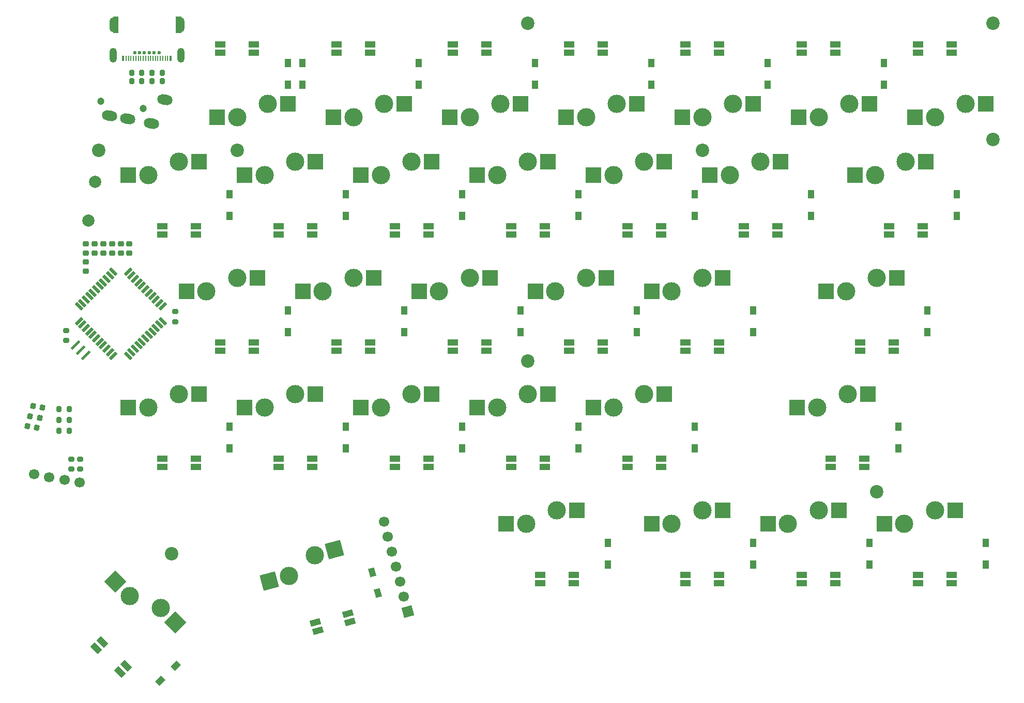
<source format=gbr>
G04 #@! TF.GenerationSoftware,KiCad,Pcbnew,(6.0.8)*
G04 #@! TF.CreationDate,2023-03-04T13:52:04+09:00*
G04 #@! TF.ProjectId,ma8ic_split_69_left,6d613869-635f-4737-906c-69745f36395f,0.1*
G04 #@! TF.SameCoordinates,Original*
G04 #@! TF.FileFunction,Soldermask,Top*
G04 #@! TF.FilePolarity,Negative*
%FSLAX46Y46*%
G04 Gerber Fmt 4.6, Leading zero omitted, Abs format (unit mm)*
G04 Created by KiCad (PCBNEW (6.0.8)) date 2023-03-04 13:52:04*
%MOMM*%
%LPD*%
G01*
G04 APERTURE LIST*
G04 Aperture macros list*
%AMRoundRect*
0 Rectangle with rounded corners*
0 $1 Rounding radius*
0 $2 $3 $4 $5 $6 $7 $8 $9 X,Y pos of 4 corners*
0 Add a 4 corners polygon primitive as box body*
4,1,4,$2,$3,$4,$5,$6,$7,$8,$9,$2,$3,0*
0 Add four circle primitives for the rounded corners*
1,1,$1+$1,$2,$3*
1,1,$1+$1,$4,$5*
1,1,$1+$1,$6,$7*
1,1,$1+$1,$8,$9*
0 Add four rect primitives between the rounded corners*
20,1,$1+$1,$2,$3,$4,$5,0*
20,1,$1+$1,$4,$5,$6,$7,0*
20,1,$1+$1,$6,$7,$8,$9,0*
20,1,$1+$1,$8,$9,$2,$3,0*%
%AMHorizOval*
0 Thick line with rounded ends*
0 $1 width*
0 $2 $3 position (X,Y) of the first rounded end (center of the circle)*
0 $4 $5 position (X,Y) of the second rounded end (center of the circle)*
0 Add line between two ends*
20,1,$1,$2,$3,$4,$5,0*
0 Add two circle primitives to create the rounded ends*
1,1,$1,$2,$3*
1,1,$1,$4,$5*%
%AMRotRect*
0 Rectangle, with rotation*
0 The origin of the aperture is its center*
0 $1 length*
0 $2 width*
0 $3 Rotation angle, in degrees counterclockwise*
0 Add horizontal line*
21,1,$1,$2,0,0,$3*%
G04 Aperture macros list end*
%ADD10C,0.010000*%
%ADD11R,1.000000X1.400000*%
%ADD12RoundRect,0.225000X0.250000X-0.225000X0.250000X0.225000X-0.250000X0.225000X-0.250000X-0.225000X0*%
%ADD13RoundRect,0.200000X-0.200000X-0.275000X0.200000X-0.275000X0.200000X0.275000X-0.200000X0.275000X0*%
%ADD14R,1.700000X1.000000*%
%ADD15RoundRect,0.218750X0.259924X0.214371X-0.170929X0.290343X-0.259924X-0.214371X0.170929X-0.290343X0*%
%ADD16R,0.230000X0.850000*%
%ADD17C,0.600000*%
%ADD18O,1.200000X2.400000*%
%ADD19R,0.460000X0.850000*%
%ADD20RoundRect,0.200000X0.275000X-0.200000X0.275000X0.200000X-0.275000X0.200000X-0.275000X-0.200000X0*%
%ADD21RotRect,1.700000X1.000000X15.000000*%
%ADD22RoundRect,0.200000X-0.275000X0.200000X-0.275000X-0.200000X0.275000X-0.200000X0.275000X0.200000X0*%
%ADD23RotRect,1.400000X1.000000X45.000000*%
%ADD24RotRect,0.400000X1.900000X135.000000*%
%ADD25RoundRect,0.200000X0.200000X0.275000X-0.200000X0.275000X-0.200000X-0.275000X0.200000X-0.275000X0*%
%ADD26RoundRect,0.225000X-0.250000X0.225000X-0.250000X-0.225000X0.250000X-0.225000X0.250000X0.225000X0*%
%ADD27RotRect,1.500000X0.550000X315.000000*%
%ADD28RotRect,1.500000X0.550000X45.000000*%
%ADD29RotRect,1.700000X1.000000X315.000000*%
%ADD30RotRect,1.400000X1.000000X105.000000*%
%ADD31RotRect,1.700000X1.700000X195.000000*%
%ADD32HorizOval,1.700000X0.000000X0.000000X0.000000X0.000000X0*%
%ADD33C,3.000000*%
%ADD34R,2.600000X2.600000*%
%ADD35RotRect,2.600000X2.600000X135.000000*%
%ADD36C,2.200000*%
%ADD37C,2.000000*%
%ADD38C,1.700000*%
%ADD39RotRect,2.600000X2.600000X195.000000*%
%ADD40C,1.200000*%
%ADD41HorizOval,1.700000X-0.393923X0.069459X0.393923X-0.069459X0*%
G04 APERTURE END LIST*
G04 #@! TO.C,J1*
G36*
X97999740Y-34856332D02*
G01*
X97142550Y-34856332D01*
X97142550Y-32254662D01*
X97999740Y-32254662D01*
X97999740Y-34856332D01*
G37*
D10*
X97999740Y-34856332D02*
X97142550Y-34856332D01*
X97142550Y-32254662D01*
X97999740Y-32254662D01*
X97999740Y-34856332D01*
G36*
X87642440Y-34856332D02*
G01*
X86842550Y-34856332D01*
X86842550Y-32256302D01*
X87642440Y-32256302D01*
X87642440Y-34856332D01*
G37*
X87642440Y-34856332D02*
X86842550Y-34856332D01*
X86842550Y-32256302D01*
X87642440Y-32256302D01*
X87642440Y-34856332D01*
G04 #@! TD*
D11*
G04 #@! TO.C,D33*
X167877980Y-122028280D03*
X167877980Y-118478280D03*
G04 #@! TD*
D12*
G04 #@! TO.C,C6*
X83820050Y-71021850D03*
X83820050Y-69471850D03*
G04 #@! TD*
D11*
G04 #@! TO.C,D8*
X136921704Y-43446964D03*
X136921704Y-39896964D03*
G04 #@! TD*
D13*
G04 #@! TO.C,R2*
X93234425Y-41433725D03*
X94884425Y-41433725D03*
G04 #@! TD*
D12*
G04 #@! TO.C,C7*
X82391300Y-71021850D03*
X82391300Y-69471850D03*
G04 #@! TD*
D14*
G04 #@! TO.C,D43*
X176581110Y-104670455D03*
X176581110Y-106070455D03*
X171081110Y-106070455D03*
X171081110Y-104670455D03*
G04 #@! TD*
D15*
G04 #@! TO.C,D3*
X74356211Y-99672973D03*
X72805139Y-99399477D03*
G04 #@! TD*
D14*
G04 #@! TO.C,D55*
X195631126Y-66570423D03*
X195631126Y-67970423D03*
X190131126Y-67970423D03*
X190131126Y-66570423D03*
G04 #@! TD*
D16*
G04 #@! TO.C,J1*
X94592550Y-39081332D03*
X94192550Y-39081332D03*
X93792550Y-39081332D03*
X93392550Y-39081332D03*
X92992550Y-39081332D03*
X92592550Y-39081332D03*
X92192550Y-39081332D03*
X91792550Y-39081332D03*
X91392550Y-39081332D03*
X90992550Y-39081332D03*
X90592550Y-39081332D03*
X90192550Y-39081332D03*
X88992550Y-39081332D03*
X89392550Y-39081332D03*
X89792550Y-39081332D03*
D17*
X90392550Y-38156332D03*
X91192550Y-38156332D03*
X91992550Y-38156332D03*
X92792550Y-38156332D03*
X93592550Y-38156332D03*
X94392550Y-38156332D03*
D16*
X94992550Y-39081332D03*
X95392550Y-39081332D03*
X95792550Y-39081332D03*
D18*
X97942550Y-38606332D03*
D19*
X96307550Y-39081332D03*
X88477550Y-39081332D03*
D18*
X86842550Y-38606332D03*
X97942550Y-33556332D03*
X86842550Y-33556332D03*
G04 #@! TD*
D14*
G04 #@! TO.C,D66*
X205156134Y-36804773D03*
X205156134Y-38204773D03*
X199656134Y-38204773D03*
X199656134Y-36804773D03*
G04 #@! TD*
D11*
G04 #@! TO.C,D10*
X115490436Y-43446964D03*
X115490436Y-39896964D03*
G04 #@! TD*
D20*
G04 #@! TO.C,R6*
X79176343Y-85359500D03*
X79176343Y-83709500D03*
G04 #@! TD*
D11*
G04 #@! TO.C,D17*
X105965428Y-64878232D03*
X105965428Y-61328232D03*
G04 #@! TD*
D14*
G04 #@! TO.C,D54*
X219443646Y-66570423D03*
X219443646Y-67970423D03*
X213943646Y-67970423D03*
X213943646Y-66570423D03*
G04 #@! TD*
D13*
G04 #@! TO.C,R8*
X77994425Y-98345600D03*
X79644425Y-98345600D03*
G04 #@! TD*
D21*
G04 #@! TO.C,D37*
X125315873Y-130120610D03*
X125678219Y-131472906D03*
X120365627Y-132896410D03*
X120003281Y-131544114D03*
G04 #@! TD*
D11*
G04 #@! TO.C,D24*
X215503020Y-102978264D03*
X215503020Y-99428264D03*
G04 #@! TD*
D22*
G04 #@! TO.C,R10*
X80010050Y-104774975D03*
X80010050Y-106424975D03*
G04 #@! TD*
D11*
G04 #@! TO.C,D14*
X163115476Y-64878232D03*
X163115476Y-61328232D03*
G04 #@! TD*
G04 #@! TO.C,D29*
X105965428Y-102978264D03*
X105965428Y-99428264D03*
G04 #@! TD*
G04 #@! TO.C,D20*
X172640484Y-83928248D03*
X172640484Y-80378248D03*
G04 #@! TD*
G04 #@! TO.C,D4*
X213121768Y-43446964D03*
X213121768Y-39896964D03*
G04 #@! TD*
G04 #@! TO.C,D28*
X125015444Y-102978264D03*
X125015444Y-99428264D03*
G04 #@! TD*
D14*
G04 #@! TO.C,D63*
X148006086Y-36804773D03*
X148006086Y-38204773D03*
X142506086Y-38204773D03*
X142506086Y-36804773D03*
G04 #@! TD*
D11*
G04 #@! TO.C,D26*
X163115476Y-102978264D03*
X163115476Y-99428264D03*
G04 #@! TD*
D23*
G04 #@! TO.C,D35*
X94589992Y-141153724D03*
X97100222Y-138643494D03*
G04 #@! TD*
D22*
G04 #@! TO.C,R11*
X81438800Y-104774975D03*
X81438800Y-106424975D03*
G04 #@! TD*
D14*
G04 #@! TO.C,D62*
X128956070Y-36804773D03*
X128956070Y-38204773D03*
X123456070Y-38204773D03*
X123456070Y-36804773D03*
G04 #@! TD*
G04 #@! TO.C,D41*
X224206150Y-123720471D03*
X224206150Y-125120471D03*
X218706150Y-125120471D03*
X218706150Y-123720471D03*
G04 #@! TD*
G04 #@! TO.C,D50*
X148006086Y-85620439D03*
X148006086Y-87020439D03*
X142506086Y-87020439D03*
X142506086Y-85620439D03*
G04 #@! TD*
G04 #@! TO.C,D67*
X224206150Y-36804773D03*
X224206150Y-38204773D03*
X218706150Y-38204773D03*
X218706150Y-36804773D03*
G04 #@! TD*
D11*
G04 #@! TO.C,D27*
X144065460Y-102978264D03*
X144065460Y-99428264D03*
G04 #@! TD*
G04 #@! TO.C,D15*
X144065460Y-64878232D03*
X144065460Y-61328232D03*
G04 #@! TD*
D24*
G04 #@! TO.C,X1*
X82406123Y-87764280D03*
X81557595Y-86915752D03*
X80709067Y-86067224D03*
G04 #@! TD*
D14*
G04 #@! TO.C,D59*
X119431062Y-66570423D03*
X119431062Y-67970423D03*
X113931062Y-67970423D03*
X113931062Y-66570423D03*
G04 #@! TD*
D20*
G04 #@! TO.C,R7*
X97035733Y-82263725D03*
X97035733Y-80613725D03*
G04 #@! TD*
D25*
G04 #@! TO.C,R4*
X91550675Y-41433725D03*
X89900675Y-41433725D03*
G04 #@! TD*
D26*
G04 #@! TO.C,C2*
X82391300Y-72448553D03*
X82391300Y-73998553D03*
G04 #@! TD*
D14*
G04 #@! TO.C,D39*
X186106118Y-123720471D03*
X186106118Y-125120471D03*
X180606118Y-125120471D03*
X180606118Y-123720471D03*
G04 #@! TD*
D11*
G04 #@! TO.C,D21*
X153590468Y-83928248D03*
X153590468Y-80378248D03*
G04 #@! TD*
D27*
G04 #@! TO.C,U1*
X86903956Y-74103686D03*
X86338271Y-74669372D03*
X85772586Y-75235057D03*
X85206900Y-75800742D03*
X84641215Y-76366428D03*
X84075529Y-76932113D03*
X83509844Y-77497799D03*
X82944158Y-78063484D03*
X82378473Y-78629170D03*
X81812788Y-79194855D03*
X81247102Y-79760540D03*
D28*
X81247102Y-82164704D03*
X81812788Y-82730389D03*
X82378473Y-83296074D03*
X82944158Y-83861760D03*
X83509844Y-84427445D03*
X84075529Y-84993131D03*
X84641215Y-85558816D03*
X85206900Y-86124502D03*
X85772586Y-86690187D03*
X86338271Y-87255872D03*
X86903956Y-87821558D03*
D27*
X89308120Y-87821558D03*
X89873805Y-87255872D03*
X90439490Y-86690187D03*
X91005176Y-86124502D03*
X91570861Y-85558816D03*
X92136547Y-84993131D03*
X92702232Y-84427445D03*
X93267918Y-83861760D03*
X93833603Y-83296074D03*
X94399288Y-82730389D03*
X94964974Y-82164704D03*
D28*
X94964974Y-79760540D03*
X94399288Y-79194855D03*
X93833603Y-78629170D03*
X93267918Y-78063484D03*
X92702232Y-77497799D03*
X92136547Y-76932113D03*
X91570861Y-76366428D03*
X91005176Y-75800742D03*
X90439490Y-75235057D03*
X89873805Y-74669372D03*
X89308120Y-74103686D03*
G04 #@! TD*
D11*
G04 #@! TO.C,D7*
X155971720Y-43446964D03*
X155971720Y-39896964D03*
G04 #@! TD*
G04 #@! TO.C,D31*
X210740516Y-122028280D03*
X210740516Y-118478280D03*
G04 #@! TD*
G04 #@! TO.C,D22*
X134540452Y-83928248D03*
X134540452Y-80378248D03*
G04 #@! TD*
G04 #@! TO.C,D19*
X191690500Y-83928248D03*
X191690500Y-80378248D03*
G04 #@! TD*
D14*
G04 #@! TO.C,D56*
X176581110Y-66570423D03*
X176581110Y-67970423D03*
X171081110Y-67970423D03*
X171081110Y-66570423D03*
G04 #@! TD*
G04 #@! TO.C,D58*
X138481078Y-66570423D03*
X138481078Y-67970423D03*
X132981078Y-67970423D03*
X132981078Y-66570423D03*
G04 #@! TD*
D11*
G04 #@! TO.C,D18*
X220265524Y-83928248D03*
X220265524Y-80378248D03*
G04 #@! TD*
D14*
G04 #@! TO.C,D47*
X100381046Y-104670455D03*
X100381046Y-106070455D03*
X94881046Y-106070455D03*
X94881046Y-104670455D03*
G04 #@! TD*
D11*
G04 #@! TO.C,D23*
X115490436Y-83928248D03*
X115490436Y-80378248D03*
G04 #@! TD*
D25*
G04 #@! TO.C,R3*
X91550675Y-42862475D03*
X89900675Y-42862475D03*
G04 #@! TD*
D11*
G04 #@! TO.C,D16*
X125015444Y-64878232D03*
X125015444Y-61328232D03*
G04 #@! TD*
G04 #@! TO.C,D25*
X182165492Y-102978264D03*
X182165492Y-99428264D03*
G04 #@! TD*
D14*
G04 #@! TO.C,D40*
X205156134Y-123720471D03*
X205156134Y-125120471D03*
X199656134Y-125120471D03*
X199656134Y-123720471D03*
G04 #@! TD*
D13*
G04 #@! TO.C,R5*
X77994425Y-96559661D03*
X79644425Y-96559661D03*
G04 #@! TD*
D14*
G04 #@! TO.C,D65*
X186106118Y-36804773D03*
X186106118Y-38204773D03*
X180606118Y-38204773D03*
X180606118Y-36804773D03*
G04 #@! TD*
D11*
G04 #@! TO.C,D32*
X191690500Y-122028280D03*
X191690500Y-118478280D03*
G04 #@! TD*
D29*
G04 #@! TO.C,D36*
X88958268Y-138673079D03*
X87968319Y-139663028D03*
X84079232Y-135773941D03*
X85069181Y-134783992D03*
G04 #@! TD*
D11*
G04 #@! TO.C,D12*
X201215508Y-64878232D03*
X201215508Y-61328232D03*
G04 #@! TD*
G04 #@! TO.C,D5*
X194071752Y-43446964D03*
X194071752Y-39896964D03*
G04 #@! TD*
D30*
G04 #@! TO.C,D34*
X130237352Y-126730302D03*
X129318544Y-123301266D03*
G04 #@! TD*
D12*
G04 #@! TO.C,C4*
X86677550Y-71021850D03*
X86677550Y-69471850D03*
G04 #@! TD*
D14*
G04 #@! TO.C,D46*
X119431062Y-104670455D03*
X119431062Y-106070455D03*
X113931062Y-106070455D03*
X113931062Y-104670455D03*
G04 #@! TD*
G04 #@! TO.C,D38*
X162293750Y-123720471D03*
X162293750Y-125120471D03*
X156793750Y-125120471D03*
X156793750Y-123720471D03*
G04 #@! TD*
G04 #@! TO.C,D45*
X138481078Y-104670455D03*
X138481078Y-106070455D03*
X132981078Y-106070455D03*
X132981078Y-104670455D03*
G04 #@! TD*
G04 #@! TO.C,D42*
X209918638Y-104670455D03*
X209918638Y-106070455D03*
X204418638Y-106070455D03*
X204418638Y-104670455D03*
G04 #@! TD*
D13*
G04 #@! TO.C,R1*
X93234425Y-42862475D03*
X94884425Y-42862475D03*
G04 #@! TD*
D14*
G04 #@! TO.C,D52*
X186106118Y-85620439D03*
X186106118Y-87020439D03*
X180606118Y-87020439D03*
X180606118Y-85620439D03*
G04 #@! TD*
D12*
G04 #@! TO.C,C1*
X89535050Y-71021850D03*
X89535050Y-69471850D03*
G04 #@! TD*
D14*
G04 #@! TO.C,D57*
X157531094Y-66570423D03*
X157531094Y-67970423D03*
X152031094Y-67970423D03*
X152031094Y-66570423D03*
G04 #@! TD*
G04 #@! TO.C,D48*
X109906054Y-85620439D03*
X109906054Y-87020439D03*
X104406054Y-87020439D03*
X104406054Y-85620439D03*
G04 #@! TD*
G04 #@! TO.C,D53*
X214681142Y-85620439D03*
X214681142Y-87020439D03*
X209181142Y-87020439D03*
X209181142Y-85620439D03*
G04 #@! TD*
D11*
G04 #@! TO.C,D13*
X182165492Y-64878232D03*
X182165492Y-61328232D03*
G04 #@! TD*
G04 #@! TO.C,D30*
X229790532Y-122028280D03*
X229790532Y-118478280D03*
G04 #@! TD*
D14*
G04 #@! TO.C,D61*
X109906054Y-36804773D03*
X109906054Y-38204773D03*
X104406054Y-38204773D03*
X104406054Y-36804773D03*
G04 #@! TD*
D15*
G04 #@! TO.C,D1*
X75308711Y-96339223D03*
X73757639Y-96065727D03*
G04 #@! TD*
D12*
G04 #@! TO.C,C3*
X88106300Y-71021850D03*
X88106300Y-69471850D03*
G04 #@! TD*
D14*
G04 #@! TO.C,D44*
X157531094Y-104670455D03*
X157531094Y-106070455D03*
X152031094Y-106070455D03*
X152031094Y-104670455D03*
G04 #@! TD*
D11*
G04 #@! TO.C,D11*
X225028028Y-64878232D03*
X225028028Y-61328232D03*
G04 #@! TD*
D12*
G04 #@! TO.C,C5*
X85248800Y-71021850D03*
X85248800Y-69471850D03*
G04 #@! TD*
D14*
G04 #@! TO.C,D51*
X167056102Y-85620439D03*
X167056102Y-87020439D03*
X161556102Y-87020439D03*
X161556102Y-85620439D03*
G04 #@! TD*
G04 #@! TO.C,D64*
X167056102Y-36804773D03*
X167056102Y-38204773D03*
X161556102Y-38204773D03*
X161556102Y-36804773D03*
G04 #@! TD*
D31*
G04 #@! TO.C,J4*
X135150367Y-129778100D03*
D32*
X134492967Y-127324648D03*
X133835566Y-124871197D03*
X133178166Y-122417745D03*
X132520766Y-119964294D03*
X131863365Y-117510842D03*
X131205965Y-115057390D03*
G04 #@! TD*
D15*
G04 #@! TO.C,D2*
X74832461Y-98006098D03*
X73281389Y-97732602D03*
G04 #@! TD*
D25*
G04 #@! TO.C,R9*
X79644425Y-100131539D03*
X77994425Y-100131539D03*
G04 #@! TD*
D11*
G04 #@! TO.C,D6*
X175021736Y-43446964D03*
X175021736Y-39896964D03*
G04 #@! TD*
G04 #@! TO.C,D9*
X117871688Y-43446964D03*
X117871688Y-39896964D03*
G04 #@! TD*
D14*
G04 #@! TO.C,D49*
X128956070Y-85620439D03*
X128956070Y-87020439D03*
X123456070Y-87020439D03*
X123456070Y-85620439D03*
G04 #@! TD*
G04 #@! TO.C,D60*
X100381046Y-66570423D03*
X100381046Y-67970423D03*
X94881046Y-67970423D03*
X94881046Y-66570423D03*
G04 #@! TD*
D33*
G04 #@! TO.C,SW6*
X145256250Y-48762510D03*
X150256250Y-46562510D03*
D34*
X153556250Y-46562510D03*
X141956250Y-48762510D03*
G04 #@! TD*
D33*
G04 #@! TO.C,SW33*
X89568261Y-127198181D03*
X94659430Y-129178080D03*
D35*
X87234809Y-124864729D03*
X96992882Y-131511532D03*
G04 #@! TD*
D36*
G04 #@! TO.C,*
X230981258Y-33337475D03*
G04 #@! TD*
D33*
G04 #@! TO.C,SW26*
X111681250Y-96312510D03*
X116681250Y-94112510D03*
D34*
X108381250Y-96312510D03*
X119981250Y-94112510D03*
G04 #@! TD*
D33*
G04 #@! TO.C,SW21*
X107156250Y-75062510D03*
X102156250Y-77262510D03*
D34*
X98856250Y-77262510D03*
X110456250Y-75062510D03*
G04 #@! TD*
D36*
G04 #@! TO.C,*
X84534260Y-54173457D03*
G04 #@! TD*
D33*
G04 #@! TO.C,SW20*
X126206250Y-75062510D03*
X121206250Y-77262510D03*
D34*
X117906250Y-77262510D03*
X129506250Y-75062510D03*
G04 #@! TD*
D33*
G04 #@! TO.C,SW28*
X216456250Y-115362510D03*
X221456250Y-113162510D03*
D34*
X213156250Y-115362510D03*
X224756250Y-113162510D03*
G04 #@! TD*
D36*
G04 #@! TO.C,*
X154781194Y-33337475D03*
G04 #@! TD*
D33*
G04 #@! TO.C,SW4*
X183356250Y-48762510D03*
X188356250Y-46562510D03*
D34*
X191656250Y-46562510D03*
X180056250Y-48762510D03*
G04 #@! TD*
D33*
G04 #@! TO.C,SW25*
X135731250Y-94112510D03*
X130731250Y-96312510D03*
D34*
X127431250Y-96312510D03*
X139031250Y-94112510D03*
G04 #@! TD*
D33*
G04 #@! TO.C,SW11*
X168831250Y-58212510D03*
X173831250Y-56012510D03*
D34*
X165531250Y-58212510D03*
X177131250Y-56012510D03*
G04 #@! TD*
D33*
G04 #@! TO.C,SW12*
X154781250Y-56012510D03*
X149781250Y-58212510D03*
D34*
X146481250Y-58212510D03*
X158081250Y-56012510D03*
G04 #@! TD*
D33*
G04 #@! TO.C,SW29*
X202406250Y-113162510D03*
X197406250Y-115362510D03*
D34*
X194106250Y-115362510D03*
X205706250Y-113162510D03*
G04 #@! TD*
D33*
G04 #@! TO.C,SW30*
X183356250Y-113162510D03*
X178356250Y-115362510D03*
D34*
X175056250Y-115362510D03*
X186656250Y-113162510D03*
G04 #@! TD*
D36*
G04 #@! TO.C,*
X230981258Y-52387475D03*
G04 #@! TD*
D33*
G04 #@! TO.C,SW2*
X226456250Y-46562510D03*
X221456250Y-48762510D03*
D34*
X229756250Y-46562510D03*
X218156250Y-48762510D03*
G04 #@! TD*
D36*
G04 #@! TO.C,*
X154781194Y-88701611D03*
G04 #@! TD*
D33*
G04 #@! TO.C,SW27*
X97631250Y-94112510D03*
X92631250Y-96312510D03*
D34*
X89331250Y-96312510D03*
X100931250Y-94112510D03*
G04 #@! TD*
D33*
G04 #@! TO.C,SW9*
X216693750Y-56012510D03*
X211693750Y-58212510D03*
D34*
X208393750Y-58212510D03*
X219993750Y-56012510D03*
G04 #@! TD*
D33*
G04 #@! TO.C,SW17*
X183356250Y-75062510D03*
X178356250Y-77262510D03*
D34*
X175056250Y-77262510D03*
X186656250Y-75062510D03*
G04 #@! TD*
D33*
G04 #@! TO.C,SW19*
X145256250Y-75062510D03*
X140256250Y-77262510D03*
D34*
X136956250Y-77262510D03*
X148556250Y-75062510D03*
G04 #@! TD*
D33*
G04 #@! TO.C,SW8*
X112156250Y-46562510D03*
X107156250Y-48762510D03*
D34*
X115456250Y-46562510D03*
X103856250Y-48762510D03*
G04 #@! TD*
D33*
G04 #@! TO.C,SW15*
X97631250Y-56012510D03*
X92631250Y-58212510D03*
D34*
X89331250Y-58212510D03*
X100931250Y-56012510D03*
G04 #@! TD*
D36*
G04 #@! TO.C,REF\u002A\u002A*
X183356218Y-54173457D03*
G04 #@! TD*
D33*
G04 #@! TO.C,SW10*
X187881250Y-58212510D03*
X192881250Y-56012510D03*
D34*
X184581250Y-58212510D03*
X196181250Y-56012510D03*
G04 #@! TD*
D37*
G04 #@! TO.C,SW1*
X83907891Y-59307294D03*
X82779177Y-65708544D03*
G04 #@! TD*
D33*
G04 #@! TO.C,SW16*
X211931250Y-75062510D03*
X206931250Y-77262510D03*
D34*
X203631250Y-77262510D03*
X215231250Y-75062510D03*
G04 #@! TD*
D38*
G04 #@! TO.C,J3*
X81397761Y-108609717D03*
X78896349Y-108168650D03*
X76394937Y-107727584D03*
X73893525Y-107286517D03*
G04 #@! TD*
D36*
G04 #@! TO.C,REF\u002A\u002A*
X211931242Y-110132879D03*
G04 #@! TD*
D33*
G04 #@! TO.C,SW13*
X135731250Y-56012510D03*
X130731250Y-58212510D03*
D34*
X127431250Y-58212510D03*
X139031250Y-56012510D03*
G04 #@! TD*
D33*
G04 #@! TO.C,SW24*
X149781250Y-96312510D03*
X154781250Y-94112510D03*
D34*
X146481250Y-96312510D03*
X158081250Y-94112510D03*
G04 #@! TD*
D33*
G04 #@! TO.C,SW7*
X126206250Y-48762510D03*
X131206250Y-46562510D03*
D34*
X134506250Y-46562510D03*
X122906250Y-48762510D03*
G04 #@! TD*
D33*
G04 #@! TO.C,SW3*
X202406250Y-48762510D03*
X207406250Y-46562510D03*
D34*
X210706250Y-46562510D03*
X199106250Y-48762510D03*
G04 #@! TD*
D33*
G04 #@! TO.C,SW22*
X202168738Y-96312510D03*
X207168738Y-94112510D03*
D34*
X198868738Y-96312510D03*
X210468738Y-94112510D03*
G04 #@! TD*
D33*
G04 #@! TO.C,SW32*
X115656490Y-123926430D03*
X119916718Y-120507298D03*
D39*
X112468935Y-124780533D03*
X123104273Y-119653195D03*
G04 #@! TD*
D33*
G04 #@! TO.C,SW18*
X159306250Y-77262510D03*
X164306250Y-75062510D03*
D34*
X156006250Y-77262510D03*
X167606250Y-75062510D03*
G04 #@! TD*
D33*
G04 #@! TO.C,SW5*
X164306250Y-48762510D03*
X169306250Y-46562510D03*
D34*
X172606250Y-46562510D03*
X161006250Y-48762510D03*
G04 #@! TD*
D36*
G04 #@! TO.C,REF\u002A\u002A*
X107156154Y-54173457D03*
G04 #@! TD*
D33*
G04 #@! TO.C,SW14*
X111681250Y-58212510D03*
X116681250Y-56012510D03*
D34*
X108381250Y-58212510D03*
X119981250Y-56012510D03*
G04 #@! TD*
D36*
G04 #@! TO.C,REF\u002A\u002A*
X96440520Y-120253200D03*
G04 #@! TD*
D33*
G04 #@! TO.C,SW31*
X154543750Y-115362510D03*
X159543750Y-113162510D03*
D34*
X151243750Y-115362510D03*
X162843750Y-113162510D03*
G04 #@! TD*
D33*
G04 #@! TO.C,SW23*
X168831250Y-96312510D03*
X173831250Y-94112510D03*
D34*
X165531250Y-96312510D03*
X177131250Y-94112510D03*
G04 #@! TD*
D40*
G04 #@! TO.C,J2*
X84851158Y-46124842D03*
X91744812Y-47340380D03*
D41*
X95359339Y-45845322D03*
X86259150Y-48505505D03*
X89213574Y-49026450D03*
X93152805Y-49721043D03*
G04 #@! TD*
M02*

</source>
